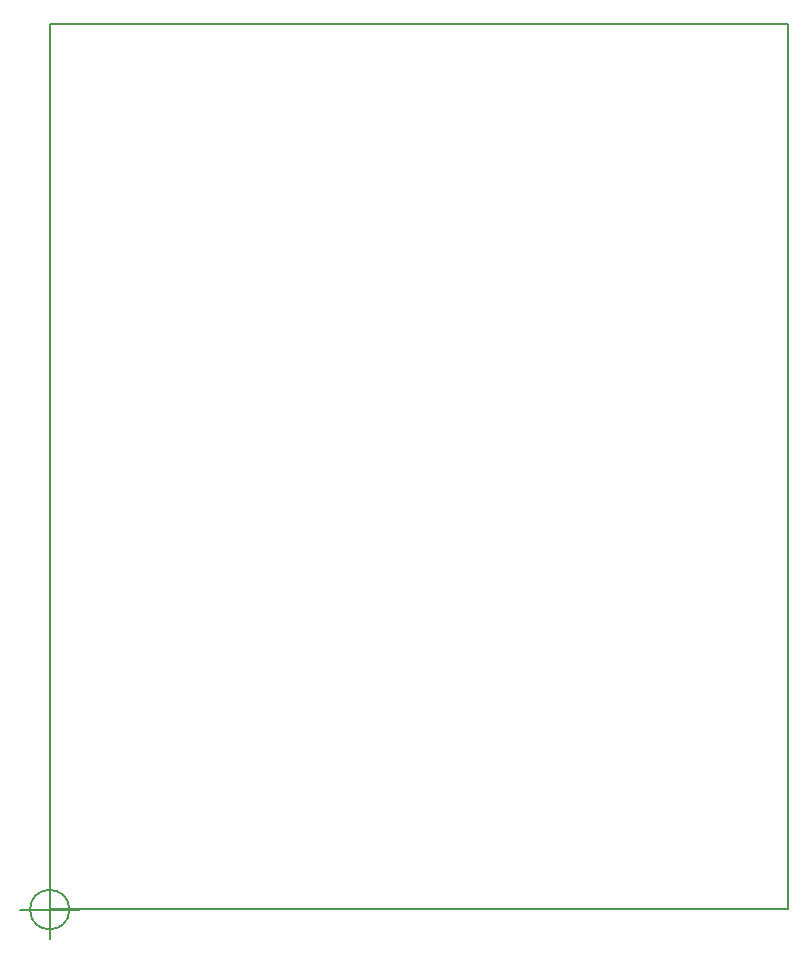
<source format=gbr>
G04 #@! TF.GenerationSoftware,KiCad,Pcbnew,(5.0.0)*
G04 #@! TF.CreationDate,2018-10-11T22:14:57+02:00*
G04 #@! TF.ProjectId,OpenSpritzer_1.2,4F70656E53707269747A65725F312E32,rev?*
G04 #@! TF.SameCoordinates,Original*
G04 #@! TF.FileFunction,Profile,NP*
%FSLAX46Y46*%
G04 Gerber Fmt 4.6, Leading zero omitted, Abs format (unit mm)*
G04 Created by KiCad (PCBNEW (5.0.0)) date 10/11/18 22:14:57*
%MOMM*%
%LPD*%
G01*
G04 APERTURE LIST*
%ADD10C,0.200000*%
%ADD11C,0.150000*%
G04 APERTURE END LIST*
D10*
X100000000Y-75000000D02*
X100000000Y-150000000D01*
X100000000Y-75000000D02*
X162500000Y-75000000D01*
X162500000Y-75000000D02*
X162500000Y-150000000D01*
X100000000Y-150000000D02*
X162500000Y-150000000D01*
D11*
X101679671Y-150025366D02*
G75*
G03X101679671Y-150025366I-1666666J0D01*
G01*
X97513005Y-150025366D02*
X102513005Y-150025366D01*
X100013005Y-147525366D02*
X100013005Y-152525366D01*
M02*

</source>
